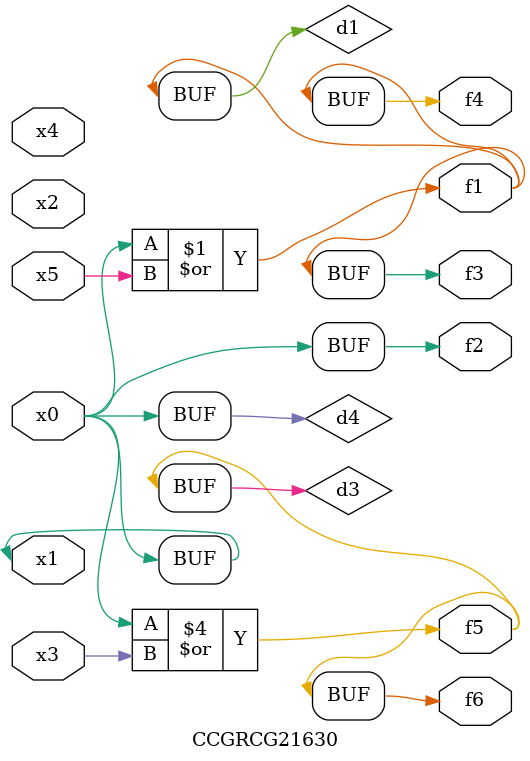
<source format=v>
module CCGRCG21630(
	input x0, x1, x2, x3, x4, x5,
	output f1, f2, f3, f4, f5, f6
);

	wire d1, d2, d3, d4;

	or (d1, x0, x5);
	xnor (d2, x1, x4);
	or (d3, x0, x3);
	buf (d4, x0, x1);
	assign f1 = d1;
	assign f2 = d4;
	assign f3 = d1;
	assign f4 = d1;
	assign f5 = d3;
	assign f6 = d3;
endmodule

</source>
